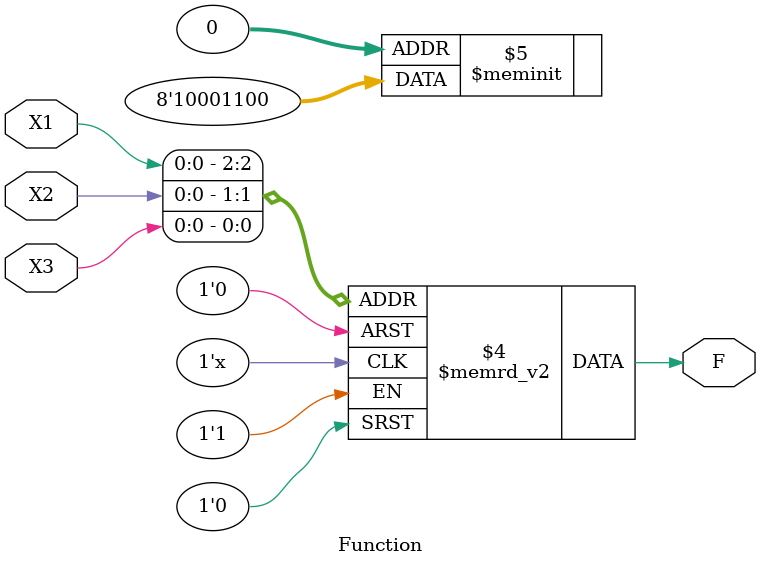
<source format=v>



// Generated by Quartus II 64-Bit Version 13.1 (Build Build 162 10/23/2013)
// Created on Thu Oct 24 20:14:18 2024

//  Module Declaration
module Function
(
// {{ALTERA_ARGS_BEGIN}} DO NOT REMOVE THIS LINE!
X1, X2, X3, F
// {{ALTERA_ARGS_END}} DO NOT REMOVE THIS LINE!
);
// Port Declaration

// {{ALTERA_IO_BEGIN}} DO NOT REMOVE THIS LINE!
input X1;
input X2;
input X3;
output F;
// {{ALTERA_IO_END}} DO NOT REMOVE THIS LINE!

reg F;

// Реализация таблицы истинности для комбинаций входов X1, X2, X3
always @(X1 or X2 or X3)
begin

case ({X1, X2, X3})
3'b000: F = 'b0; // 000 -> F = 0
3'b001: F = 'b0; // 001 -> F = 0
3'b010: F = 'b1; // 010 -> F = 1
3'b011: F = 'b1; // 011 -> F = 1
3'b100: F = 'b0; // 100 -> F = 0
3'b101: F = 'b0; // 101 -> F = 0
3'b110: F = 'b0; // 110 -> F = 0
3'b111: F = 'b1; // 111 -> F = 1
endcase

end

endmodule

</source>
